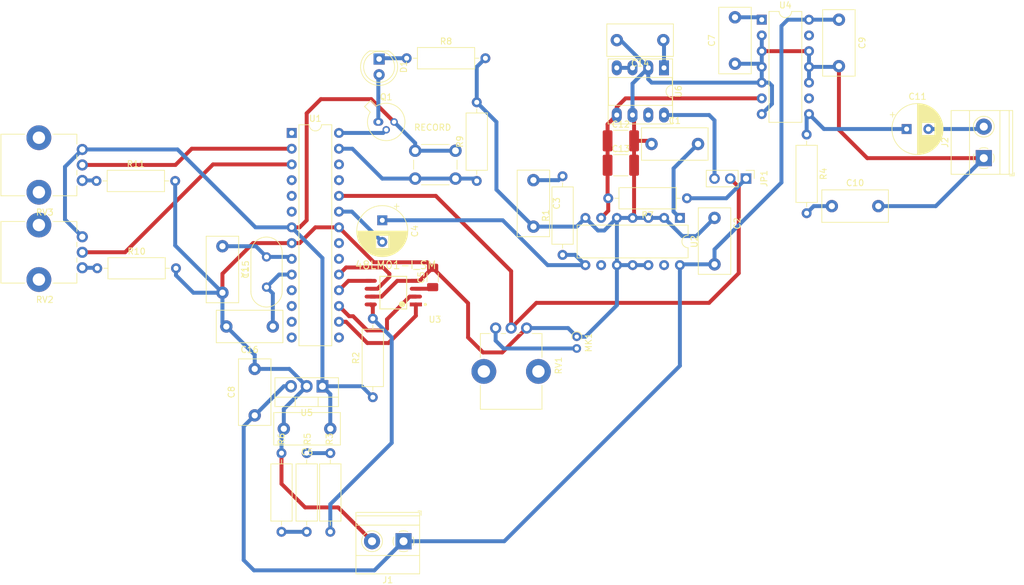
<source format=kicad_pcb>
(kicad_pcb (version 20211014) (generator pcbnew)
  (layers (0 "F.Cu" signal) (31 "B.Cu" signal) (34 "B.Paste" user) (35 "F.Paste" user) (36 "B.SilkS" user "B.Silkscreen") (37 "F.SilkS" user "F.Silkscreen") (38 "B.Mask" user) (39 "F.Mask" user) (44 "Edge.Cuts" user))
  (net 0 "")
  (net 1 "Net-(C1-Pad2)")
  (net 2 "GND")
  (net 3 "ALIM_AUDIO")
  (net 4 "Net-(C3-Pad1)")
  (net 5 "AUDIO")
  (net 6 "Net-(C4-Pad1)")
  (net 7 "Net-(C5-Pad1)")
  (net 8 "ALIM_µC")
  (net 9 "Net-(C7-Pad2)")
  (net 10 "Net-(C10-Pad1)")
  (net 11 "Net-(C11-Pad2)")
  (net 12 "Net-(C11-Pad1)")
  (net 13 "FILTER_OUT")
  (net 14 "Net-(C14-Pad1)")
  (net 15 "Net-(JP1-Pad3)")
  (net 16 "AUDIO_OUT")
  (net 17 "Net-(JP1-Pad1)")
  (net 18 "Net-(MK1-Pad2)")
  (net 19 "ALIM_RAM")
  (net 20 "Net-(R3-Pad2)")
  (net 21 "Net-(R5-Pad2)")
  (net 22 "Net-(U1-Pad14)")
  (net 23 "Net-(U1-Pad13)")
  (net 24 "Net-(U1-Pad26)")
  (net 25 "Net-(U1-Pad12)")
  (net 26 "Net-(U1-Pad25)")
  (net 27 "Net-(U1-Pad11)")
  (net 28 "Net-(U1-Pad21)")
  (net 29 "Net-(U1-Pad20)")
  (net 30 "Net-(U1-Pad6)")
  (net 31 "Net-(U1-Pad19)")
  (net 32 "Net-(U1-Pad5)")
  (net 33 "Net-(U1-Pad18)")
  (net 34 "Net-(U1-Pad4)")
  (net 35 "Net-(U1-Pad17)")
  (net 36 "Net-(U1-Pad16)")
  (net 37 "Net-(U1-Pad15)")
  (net 38 "Net-(U1-Pad1)")
  (net 39 "Net-(U2-Pad13)")
  (net 40 "Net-(U2-Pad9)")
  (net 41 "Net-(U4-Pad13)")
  (net 42 "Net-(U4-Pad9)")
  (net 43 "ALIM_FILTER")
  (net 44 "Net-(U6-Pad3)")
  (net 45 "Net-(D1-Pad2)")
  (net 46 "Net-(D1-Pad1)")
  (net 47 "RECORD_LED")
  (net 48 "RECORD_BUTTON")
  (net 49 "OSC1")
  (net 50 "OSC2")
  (net 51 "Net-(R10-Pad1)")
  (net 52 "Net-(R11-Pad1)")
  (net 53 "PITCH_CONTROL")
  (net 54 "SPEED_CONTROL")
  (footprint "Capacitor_THT:C_Disc_D10.5mm_W5.0mm_P7.50mm" (layer "F.Cu") (at 176.149 112.141)
    (fp_text reference "C1" (at 3.75 -3.75) (layer "F.SilkS"))
    (fp_text value "5µF")
    (pad "1" thru_hole circle locked (at 0 0) (size 2 2) (drill 1) (layers *.Cu *.Mask) (net 2 "GND"))
    (pad "2" thru_hole circle locked (at 7.5 0) (size 2 2) (drill 1) (layers *.Cu *.Mask) (net 1 "Net-(C1-Pad2)"))
  )
  (footprint "Capacitor_THT:C_Disc_D10.5mm_W5.0mm_P7.50mm" (layer "F.Cu") (at 186.309 131.572 90)
    (fp_text reference "C2" (at 6.604 3.683 90) (layer "F.SilkS"))
    (fp_text value "0.1µF")
    (pad "1" thru_hole circle locked (at 0 0 90) (size 2 2) (drill 1) (layers *.Cu *.Mask) (net 3 "ALIM_AUDIO"))
    (pad "2" thru_hole circle locked (at 7.5 0 90) (size 2 2) (drill 1) (layers *.Cu *.Mask) (net 2 "GND"))
  )
  (footprint "Capacitor_THT:C_Disc_D10.5mm_W5.0mm_P7.50mm" (layer "F.Cu") (at 157.099 117.983 -90)
    (fp_text reference "C3" (at 3.75 -3.75 90) (layer "F.SilkS"))
    (fp_text value "0.1µF")
    (pad "1" thru_hole circle locked (at 0 0 270) (size 2 2) (drill 1) (layers *.Cu *.Mask) (net 4 "Net-(C3-Pad1)"))
    (pad "2" thru_hole circle locked (at 7.5 0 270) (size 2 2) (drill 1) (layers *.Cu *.Mask) (net 2 "GND"))
  )
  (footprint "Capacitor_THT:CP_Radial_D8.0mm_P3.50mm" (layer "F.Cu") (at 132.715 124.46 -90)
    (fp_text reference "C4" (at 1.75 -5.25 90) (layer "F.SilkS"))
    (fp_text value "500µF")
    (pad "1" thru_hole rect locked (at 0 0 270) (size 1.6 1.6) (drill 0.8) (layers *.Cu *.Mask) (net 6 "Net-(C4-Pad1)"))
    (pad "2" thru_hole circle locked (at 3.5 0 270) (size 1.6 1.6) (drill 0.8) (layers *.Cu *.Mask) (net 5 "AUDIO"))
  )
  (footprint "Capacitor_SMD:C_1206_3216Metric_Pad1.33x1.80mm_HandSolder" (layer "F.Cu") (at 140.843 133.6925 90)
    (fp_text reference "C5" (at 0 -1.85 90) (layer "F.SilkS"))
    (fp_text value "68µF")
    (pad "1" smd roundrect locked (at -1.5625 0 90) (size 1.325 1.8) (layers "F.Cu" "F.Paste" "F.Mask") (roundrect_rratio 0.188679) (net 7 "Net-(C5-Pad1)"))
    (pad "2" smd roundrect locked (at 1.5625 0 90) (size 1.325 1.8) (layers "F.Cu" "F.Paste" "F.Mask") (roundrect_rratio 0.188679) (net 2 "GND"))
  )
  (footprint "Capacitor_THT:C_Disc_D10.5mm_W5.0mm_P7.50mm" (layer "F.Cu") (at 124.333 158.115 180)
    (fp_text reference "C6" (at 3.75 -3.75) (layer "F.SilkS"))
    (fp_text value "0.33 µF")
    (pad "1" thru_hole circle locked (at 0 0 180) (size 2 2) (drill 1) (layers *.Cu *.Mask) (net 8 "ALIM_µC"))
    (pad "2" thru_hole circle locked (at 7.5 0 180) (size 2 2) (drill 1) (layers *.Cu *.Mask) (net 2 "GND"))
  )
  (footprint "Capacitor_THT:C_Disc_D10.5mm_W5.0mm_P7.50mm" (layer "F.Cu") (at 189.611 99.187 90)
    (fp_text reference "C7" (at 3.75 -3.75 90) (layer "F.SilkS"))
    (fp_text value "5µF")
    (pad "1" thru_hole circle locked (at 0 0 90) (size 2 2) (drill 1) (layers *.Cu *.Mask) (net 2 "GND"))
    (pad "2" thru_hole circle locked (at 7.5 0 90) (size 2 2) (drill 1) (layers *.Cu *.Mask) (net 9 "Net-(C7-Pad2)"))
  )
  (footprint "Capacitor_THT:C_Disc_D10.5mm_W5.0mm_P7.50mm" (layer "F.Cu") (at 112.141 155.956 90)
    (fp_text reference "C8" (at 3.75 -3.75 90) (layer "F.SilkS"))
    (fp_text value "0.1 µF")
    (pad "1" thru_hole circle locked (at 0 0 90) (size 2 2) (drill 1) (layers *.Cu *.Mask) (net 3 "ALIM_AUDIO"))
    (pad "2" thru_hole circle locked (at 7.5 0 90) (size 2 2) (drill 1) (layers *.Cu *.Mask) (net 2 "GND"))
  )
  (footprint "Capacitor_THT:C_Disc_D10.5mm_W5.0mm_P7.50mm" (layer "F.Cu") (at 206.375 92.075 -90)
    (fp_text reference "C9" (at 3.75 -3.75 90) (layer "F.SilkS"))
    (fp_text value "0.1µF")
    (pad "1" thru_hole circle locked (at 0 0 270) (size 2 2) (drill 1) (layers *.Cu *.Mask) (net 3 "ALIM_AUDIO"))
    (pad "2" thru_hole circle locked (at 7.5 0 270) (size 2 2) (drill 1) (layers *.Cu *.Mask) (net 2 "GND"))
  )
  (footprint "Capacitor_THT:C_Disc_D10.5mm_W5.0mm_P7.50mm" (layer "F.Cu") (at 205.232 122.174)
    (fp_text reference "C10" (at 3.75 -3.75) (layer "F.SilkS"))
    (fp_text value "0.1µF")
    (pad "1" thru_hole circle locked (at 0 0) (size 2 2) (drill 1) (layers *.Cu *.Mask) (net 10 "Net-(C10-Pad1)"))
    (pad "2" thru_hole circle locked (at 7.5 0) (size 2 2) (drill 1) (layers *.Cu *.Mask) (net 2 "GND"))
  )
  (footprint "Capacitor_THT:CP_Radial_D8.0mm_P3.50mm" (layer "F.Cu") (at 217.297 109.728)
    (fp_text reference "C11" (at 1.75 -5.25) (layer "F.SilkS"))
    (fp_text value "CP")
    (pad "1" thru_hole rect locked (at 0 0) (size 1.6 1.6) (drill 0.8) (layers *.Cu *.Mask) (net 12 "Net-(C11-Pad1)"))
    (pad "2" thru_hole circle locked (at 3.5 0) (size 1.6 1.6) (drill 0.8) (layers *.Cu *.Mask) (net 11 "Net-(C11-Pad2)"))
  )
  (footprint "Capacitor_SMD:C_1812_4532Metric_Pad1.57x3.40mm_HandSolder" (layer "F.Cu") (at 171.196 111.633)
    (fp_text reference "C12" (at 0 -2.65) (layer "F.SilkS"))
    (fp_text value "1.5µF")
    (pad "1" smd roundrect locked (at -2.1375 0) (size 1.575 3.4) (layers "F.Cu" "F.Paste" "F.Mask") (roundrect_rratio 0.15873) (net 13 "FILTER_OUT"))
    (pad "2" smd roundrect locked (at 2.1375 0) (size 1.575 3.4) (layers "F.Cu" "F.Paste" "F.Mask") (roundrect_rratio 0.15873) (net 2 "GND"))
  )
  (footprint "Capacitor_SMD:C_1812_4532Metric_Pad1.57x3.40mm_HandSolder" (layer "F.Cu") (at 171.196 115.57)
    (fp_text reference "C13" (at 0 -2.65) (layer "F.SilkS"))
    (fp_text value "1.5µF")
    (pad "1" smd roundrect locked (at -2.1375 0) (size 1.575 3.4) (layers "F.Cu" "F.Paste" "F.Mask") (roundrect_rratio 0.15873) (net 13 "FILTER_OUT"))
    (pad "2" smd roundrect locked (at 2.1375 0) (size 1.575 3.4) (layers "F.Cu" "F.Paste" "F.Mask") (roundrect_rratio 0.15873) (net 2 "GND"))
  )
  (footprint "Capacitor_THT:C_Disc_D10.5mm_W5.0mm_P7.50mm" (layer "F.Cu") (at 178.054 95.377 180)
    (fp_text reference "C14" (at 3.75 -3.75) (layer "F.SilkS"))
    (fp_text value "390pF")
    (pad "1" thru_hole circle locked (at 0 0 180) (size 2 2) (drill 1) (layers *.Cu *.Mask) (net 14 "Net-(C14-Pad1)"))
    (pad "2" thru_hole circle locked (at 7.5 0 180) (size 2 2) (drill 1) (layers *.Cu *.Mask) (net 2 "GND"))
  )
  (footprint "Capacitor_THT:C_Disc_D10.5mm_W5.0mm_P7.50mm" (layer "F.Cu") (at 106.934 128.651 -90)
    (fp_text reference "C15" (at 3.75 -3.75 90) (layer "F.SilkS"))
    (fp_text value "15pF")
    (pad "1" thru_hole circle locked (at 0 0 270) (size 2 2) (drill 1) (layers *.Cu *.Mask) (net 49 "OSC1"))
    (pad "2" thru_hole circle locked (at 7.5 0 270) (size 2 2) (drill 1) (layers *.Cu *.Mask) (net 2 "GND"))
  )
  (footprint "Capacitor_THT:C_Disc_D10.5mm_W5.0mm_P7.50mm" (layer "F.Cu") (at 115.062 141.605 180)
    (fp_text reference "C16" (at 3.75 -3.75) (layer "F.SilkS"))
    (fp_text value "15pF")
    (pad "1" thru_hole circle locked (at 0 0 180) (size 2 2) (drill 1) (layers *.Cu *.Mask) (net 50 "OSC2"))
    (pad "2" thru_hole circle locked (at 7.5 0 180) (size 2 2) (drill 1) (layers *.Cu *.Mask) (net 2 "GND"))
  )
  (footprint "TerminalBlock_Phoenix:TerminalBlock_Phoenix_MKDS-1,5-2-5.08_1x02_P5.08mm_Horizontal" (layer "F.Cu") (at 136.144 176.276 180)
    (fp_text reference "J1" (at 2.54 -6.26) (layer "F.SilkS"))
    (fp_text value "Conn_01x02")
    (pad "1" thru_hole rect locked (at 0 0 180) (size 2.6 2.6) (drill 1.3) (layers *.Cu *.Mask) (net 3 "ALIM_AUDIO"))
    (pad "2" thru_hole circle locked (at 5.08 0 180) (size 2.6 2.6) (drill 1.3) (layers *.Cu *.Mask) (net 2 "GND"))
  )
  (footprint "TerminalBlock_Phoenix:TerminalBlock_Phoenix_MKDS-1,5-2-5.08_1x02_P5.08mm_Horizontal" (layer "F.Cu") (at 229.743 114.427 90)
    (fp_text reference "J2" (at 2.54 -6.26 90) (layer "F.SilkS"))
    (fp_text value "Conn_01x02_Male")
    (pad "1" thru_hole rect locked (at 0 0 90) (size 2.6 2.6) (drill 1.3) (layers *.Cu *.Mask) (net 2 "GND"))
    (pad "2" thru_hole circle locked (at 5.08 0 90) (size 2.6 2.6) (drill 1.3) (layers *.Cu *.Mask) (net 11 "Net-(C11-Pad2)"))
  )
  (footprint "Connector_PinHeader_2.54mm:PinHeader_1x03_P2.54mm_Vertical" (layer "F.Cu") (at 191.389 117.729 -90)
    (fp_text reference "JP1" (at 0 -2.921 90) (layer "F.SilkS"))
    (fp_text value "Jumper_NC_Dual")
    (pad "1" thru_hole rect locked (at 0 0 270) (size 1.7 1.7) (drill 1) (layers *.Cu *.Mask) (net 17 "Net-(JP1-Pad1)"))
    (pad "2" thru_hole oval locked (at 0 2.54 270) (size 1.7 1.7) (drill 1) (layers *.Cu *.Mask) (net 16 "AUDIO_OUT"))
    (pad "3" thru_hole oval locked (at 0 5.08 270) (size 1.7 1.7) (drill 1) (layers *.Cu *.Mask) (net 15 "Net-(JP1-Pad3)"))
  )
  (footprint "Resistor_THT:R_Axial_DIN0204_L3.6mm_D1.6mm_P1.90mm_Vertical" (layer "F.Cu") (at 164.084 143.256 -90)
    (fp_text reference "MK1" (at 0.95 -1.92 90) (layer "F.SilkS"))
    (fp_text value "Microphone")
    (pad "1" thru_hole circle locked (at 0 0 270) (size 1.4 1.4) (drill 0.7) (layers *.Cu *.Mask) (net 2 "GND"))
    (pad "2" thru_hole oval locked (at 1.9 0 270) (size 1.4 1.4) (drill 0.7) (layers *.Cu *.Mask) (net 18 "Net-(MK1-Pad2)"))
  )
  (footprint "Package_TO_SOT_THT:TO-18-3" (layer "F.Cu") (at 132.08 108.585)
    (fp_text reference "Q1" (at 1.27 -4.02) (layer "F.SilkS"))
    (fp_text value "2N2222")
    (pad "1" thru_hole oval locked (at 0 0) (size 1.6 1.2) (drill 0.7) (layers *.Cu *.Mask) (net 45 "Net-(D1-Pad2)"))
    (pad "2" thru_hole oval locked (at 1.27 1.27) (size 1.2 1.2) (drill 0.7) (layers *.Cu *.Mask) (net 47 "RECORD_LED"))
    (pad "3" thru_hole oval locked (at 2.54 0) (size 1.2 1.2) (drill 0.7) (layers *.Cu *.Mask) (net 8 "ALIM_µC"))
  )
  (footprint "Resistor_THT:R_Axial_DIN0309_L9.0mm_D3.2mm_P12.70mm_Horizontal" (layer "F.Cu") (at 124.333 174.752 90)
    (fp_text reference "R3" (at 14.986 -0.127 90) (layer "F.SilkS"))
    (fp_text value "50")
    (pad "1" thru_hole circle locked (at 0 0 90) (size 1.6 1.6) (drill 0.8) (layers *.Cu *.Mask) (net 19 "ALIM_RAM"))
    (pad "2" thru_hole oval locked (at 12.7 0 90) (size 1.6 1.6) (drill 0.8) (layers *.Cu *.Mask) (net 20 "Net-(R3-Pad2)"))
  )
  (footprint "Resistor_THT:R_Axial_DIN0309_L9.0mm_D3.2mm_P12.70mm_Horizontal" (layer "F.Cu") (at 201.168 110.617 -90)
    (fp_text reference "R4" (at 6.35 -2.72 90) (layer "F.SilkS"))
    (fp_text value "2.7")
    (pad "1" thru_hole circle locked (at 0 0 270) (size 1.6 1.6) (drill 0.8) (layers *.Cu *.Mask) (net 12 "Net-(C11-Pad1)"))
    (pad "2" thru_hole oval locked (at 12.7 0 270) (size 1.6 1.6) (drill 0.8) (layers *.Cu *.Mask) (net 10 "Net-(C10-Pad1)"))
  )
  (footprint "Resistor_THT:R_Axial_DIN0309_L9.0mm_D3.2mm_P12.70mm_Horizontal" (layer "F.Cu") (at 116.459 174.752 90)
    (fp_text reference "R6" (at 14.986 0 90) (layer "F.SilkS"))
    (fp_text value "50")
    (pad "1" thru_hole circle locked (at 0 0 90) (size 1.6 1.6) (drill 0.8) (layers *.Cu *.Mask) (net 21 "Net-(R5-Pad2)"))
    (pad "2" thru_hole oval locked (at 12.7 0 90) (size 1.6 1.6) (drill 0.8) (layers *.Cu *.Mask) (net 2 "GND"))
  )
  (footprint "Resistor_THT:R_Axial_DIN0309_L9.0mm_D3.2mm_P12.70mm_Horizontal" (layer "F.Cu") (at 181.864 120.904 180)
    (fp_text reference "R7" (at 6.35 -2.72) (layer "F.SilkS"))
    (fp_text value "2.7")
    (pad "1" thru_hole circle locked (at 0 0 180) (size 1.6 1.6) (drill 0.8) (layers *.Cu *.Mask) (net 17 "Net-(JP1-Pad1)"))
    (pad "2" thru_hole oval locked (at 12.7 0 180) (size 1.6 1.6) (drill 0.8) (layers *.Cu *.Mask) (net 13 "FILTER_OUT"))
  )
  (footprint "Resistor_THT:R_Axial_DIN0309_L9.0mm_D3.2mm_P12.70mm_Horizontal" (layer "F.Cu") (at 147.955 118.11 90)
    (fp_text reference "R9" (at 6.35 -2.72 90) (layer "F.SilkS"))
    (fp_text value "50")
    (pad "1" thru_hole circle locked (at 0 0 90) (size 1.6 1.6) (drill 0.8) (layers *.Cu *.Mask) (net 48 "RECORD_BUTTON"))
    (pad "2" thru_hole oval locked (at 12.7 0 90) (size 1.6 1.6) (drill 0.8) (layers *.Cu *.Mask) (net 2 "GND"))
  )
  (footprint "Resistor_THT:R_Axial_DIN0309_L9.0mm_D3.2mm_P12.70mm_Horizontal" (layer "F.Cu") (at 86.741 132.207)
    (fp_text reference "R10" (at 6.35 -2.72) (layer "F.SilkS"))
    (fp_text value "50")
    (pad "1" thru_hole circle locked (at 0 0) (size 1.6 1.6) (drill 0.8) (layers *.Cu *.Mask) (net 51 "Net-(R10-Pad1)"))
    (pad "2" thru_hole oval locked (at 12.7 0) (size 1.6 1.6) (drill 0.8) (layers *.Cu *.Mask) (net 2 "GND"))
  )
  (footprint "Resistor_THT:R_Axial_DIN0309_L9.0mm_D3.2mm_P12.70mm_Horizontal" (layer "F.Cu") (at 86.614 118.11)
    (fp_text reference "R11" (at 6.35 -2.72) (layer "F.SilkS"))
    (fp_text value "50")
    (pad "1" thru_hole circle locked (at 0 0) (size 1.6 1.6) (drill 0.8) (layers *.Cu *.Mask) (net 52 "Net-(R11-Pad1)"))
    (pad "2" thru_hole oval locked (at 12.7 0) (size 1.6 1.6) (drill 0.8) (layers *.Cu *.Mask) (net 2 "GND"))
  )
  (footprint "Potentiometer_THT:Potentiometer_Bourns_PTV09A-1_Single_Vertical" (layer "F.Cu") (at 151.003 141.859 -90)
    (fp_text reference "RV1" (at 6.05 -10.15 90) (layer "F.SilkS"))
    (fp_text value "R_POT")
    (pad "" np_thru_hole circle locked (at 7 1.9 270) (size 4 4) (drill 2) (layers *.Cu *.Mask))
    (pad "" np_thru_hole circle locked (at 7 -6.9 270) (size 4 4) (drill 2) (layers *.Cu *.Mask))
    (pad "1" thru_hole circle locked (at 0 0 270) (size 1.8 1.8) (drill 1) (layers *.Cu *.Mask) (net 18 "Net-(MK1-Pad2)"))
    (pad "2" thru_hole circle locked (at 0 -2.5 270) (size 1.8 1.8) (drill 1) (layers *.Cu *.Mask) (net 16 "AUDIO_OUT"))
    (pad "3" thru_hole circle locked (at 0 -5 270) (size 1.8 1.8) (drill 1) (layers *.Cu *.Mask) (net 2 "GND"))
  )
  (footprint "Potentiometer_THT:Potentiometer_Bourns_PTV09A-1_Single_Vertical" (layer "F.Cu") (at 84.328 127.127 180)
    (fp_text reference "RV2" (at 6.05 -10.15) (layer "F.SilkS"))
    (fp_text value "R_POT")
    (pad "" np_thru_hole circle locked (at 7 1.9 180) (size 4 4) (drill 2) (layers *.Cu *.Mask))
    (pad "" np_thru_hole circle locked (at 7 -6.9 180) (size 4 4) (drill 2) (layers *.Cu *.Mask))
    (pad "1" thru_hole circle locked (at 0 0 180) (size 1.8 1.8) (drill 1) (layers *.Cu *.Mask) (net 8 "ALIM_µC"))
    (pad "2" thru_hole circle locked (at 0 -2.5 180) (size 1.8 1.8) (drill 1) (layers *.Cu *.Mask) (net 53 "PITCH_CONTROL"))
    (pad "3" thru_hole circle locked (at 0 -5 180) (size 1.8 1.8) (drill 1) (layers *.Cu *.Mask) (net 51 "Net-(R10-Pad1)"))
  )
  (footprint "Potentiometer_THT:Potentiometer_Bourns_PTV09A-1_Single_Vertical" (layer "F.Cu") (at 84.328 113.03 180)
    (fp_text reference "RV3" (at 6.05 -10.15) (layer "F.SilkS"))
    (fp_text value "R_POT")
    (pad "" np_thru_hole circle locked (at 7 1.9 180) (size 4 4) (drill 2) (layers *.Cu *.Mask))
    (pad "" np_thru_hole circle locked (at 7 -6.9 180) (size 4 4) (drill 2) (layers *.Cu *.Mask))
    (pad "1" thru_hole circle locked (at 0 0 180) (size 1.8 1.8) (drill 1) (layers *.Cu *.Mask) (net 8 "ALIM_µC"))
    (pad "2" thru_hole circle locked (at 0 -2.5 180) (size 1.8 1.8) (drill 1) (layers *.Cu *.Mask) (net 54 "SPEED_CONTROL"))
    (pad "3" thru_hole circle locked (at 0 -5 180) (size 1.8 1.8) (drill 1) (layers *.Cu *.Mask) (net 52 "Net-(R11-Pad1)"))
  )
  (footprint "Button_Switch_THT:SW_PUSH_6mm" (layer "F.Cu") (at 144.526 117.729 180)
    (fp_text reference "RECORD" (at 3.683 8.255) (layer "F.SilkS"))
    (fp_text value "SW_Push")
    (pad "1" thru_hole circle locked (at 0 0 270) (size 2 2) (drill 1.1) (layers *.Cu *.Mask) (net 48 "RECORD_BUTTON"))
    (pad "1" thru_hole circle locked (at 6.5 0 270) (size 2 2) (drill 1.1) (layers *.Cu *.Mask) (net 48 "RECORD_BUTTON"))
    (pad "2" thru_hole circle locked (at 0 4.5 270) (size 2 2) (drill 1.1) (layers *.Cu *.Mask) (net 8 "ALIM_µC"))
    (pad "2" thru_hole circle locked (at 6.5 4.5 270) (size 2 2) (drill 1.1) (layers *.Cu *.Mask) (net 8 "ALIM_µC"))
  )
  (footprint "Package_DIP:DIP-28_W7.62mm" (layer "F.Cu") (at 118.11 110.363)
    (fp_text reference "U1" (at 3.81 -2.33) (layer "F.SilkS"))
    (fp_text value "ATmega328-PU")
    (pad "1" thru_hole rect locked (at 0 0) (size 1.6 1.6) (drill 0.8) (layers *.Cu *.Mask) (net 38 "Net-(U1-Pad1)"))
    (pad "2" thru_hole oval locked (at 0 2.54) (size 1.6 1.6) (drill 0.8) (layers *.Cu *.Mask) (net 54 "SPEED_CONTROL"))
    (pad "3" thru_hole oval locked (at 0 5.08) (size 1.6 1.6) (drill 0.8) (layers *.Cu *.Mask) (net 53 "PITCH_CONTROL"))
    (pad "4" thru_hole oval locked (at 0 7.62) (size 1.6 1.6) (drill 0.8) (layers *.Cu *.Mask) (net 34 "Net-(U1-Pad4)"))
    (pad "5" thru_hole oval locked (at 0 10.16) (size 1.6 1.6) (drill 0.8) (layers *.Cu *.Mask) (net 32 "Net-(U1-Pad5)"))
    (pad "6" thru_hole oval locked (at 0 12.7) (size 1.6 1.6) (drill 0.8) (layers *.Cu *.Mask) (net 30 "Net-(U1-Pad6)"))
    (pad "7" thru_hole oval locked (at 0 15.24) (size 1.6 1.6) (drill 0.8) (layers *.Cu *.Mask) (net 8 "ALIM_µC"))
    (pad "8" thru_hole oval locked (at 0 17.78) (size 1.6 1.6) (drill 0.8) (layers *.Cu *.Mask) (net 2 "GND"))
    (pad "9" thru_hole oval locked (at 0 20.32) (size 1.6 1.6) (drill 0.8) (layers *.Cu *.Mask) (net 49 "OSC1"))
    (pad "10" thru_hole oval locked (at 0 22.86) (size 1.6 1.6) (drill 0.8) (layers *.Cu *.Mask) (net 50 "OSC2"))
    (pad "11" thru_hole oval locked (at 0 25.4) (size 1.6 1.6) (drill 0.8) (layers *.Cu *.Mask) (net 27 "Net-(U1-Pad11)"))
    (pad "12" thru_hole oval locked (at 0 27.94) (size 1.6 1.6) (drill 0.8) (layers *.Cu *.Mask) (net 25 "Net-(U1-Pad12)"))
    (pad "13" thru_hole oval locked (at 0 30.48) (size 1.6 1.6) (drill 0.8) (layers *.Cu *.Mask) (net 23 "Net-(U1-Pad13)"))
    (pad "14" thru_hole oval locked (at 0 33.02) (size 1.6 1.6) (drill 0.8) (layers *.Cu *.Mask) (net 22 "Net-(U1-Pad14)"))
    (pad "15" thru_hole oval locked (at 7.62 33.02) (size 1.6 1.6) (drill 0.8) (layers *.Cu *.Mask) (net 37 "Net-(U1-Pad15)"))
    (pad "16" thru_hole oval locked (at 7.62 30.48) (size 1.6 1.6) (drill 0.8) (layers *.Cu *.Mask) (net 36 "Net-(U1-Pad16)"))
    (pad "17" thru_hole oval locked (at 7.62 27.94) (size 1.6 1.6) (drill 0.8) (layers *.Cu *.Mask) (net 35 "Net-(U1-Pad17)"))
    (pad "18" thru_hole oval locked (at 7.62 25.4) (size 1.6 1.6) (drill 0.8) (layers *.Cu *.Mask) (net 33 "Net-(U1-Pad18)"))
    (pad "19" thru_hole oval locked (at 7.62 22.86) (size 1.6 1.6) (drill 0.8) (layers *.Cu *.Mask) (net 31 "Net-(U1-Pad19)"))
    (pad "20" thru_hole oval locked (at 7.62 20.32) (size 1.6 1.6) (drill 0.8) (layers *.Cu *.Mask) (net 29 "Net-(U1-Pad20)"))
    (pad "21" thru_hole oval locked (at 7.62 17.78) (size 1.6 1.6) (drill 0.8) (layers *.Cu *.Mask) (net 28 "Net-(U1-Pad21)"))
    (pad "22" thru_hole oval locked (at 7.62 15.24) (size 1.6 1.6) (drill 0.8) (layers *.Cu *.Mask) (net 2 "GND"))
    (pad "23" thru_hole oval locked (at 7.62 12.7) (size 1.6 1.6) (drill 0.8) (layers *.Cu *.Mask) (net 5 "AUDIO"))
    (pad "24" thru_hole oval locked (at 7.62 10.16) (size 1.6 1.6) (drill 0.8) (layers *.Cu *.Mask) (net 16 "AUDIO_OUT"))
    (pad "25" thru_hole oval locked (at 7.62 7.62) (size 1.6 1.6) (drill 0.8) (layers *.Cu *.Mask) (net 26 "Net-(U1-Pad25)"))
    (pad "26" thru_hole oval locked (at 7.62 5.08) (size 1.6 1.6) (drill 0.8) (layers *.Cu *.Mask) (net 24 "Net-(U1-Pad26)"))
    (pad "27" thru_hole oval locked (at 7.62 2.54) (size 1.6 1.6) (drill 0.8) (layers *.Cu *.Mask) (net 48 "RECORD_BUTTON"))
    (pad "28" thru_hole oval locked (at 7.62 0) (size 1.6 1.6) (drill 0.8) (layers *.Cu *.Mask) (net 47 "RECORD_LED"))
  )
  (footprint "Package_DIP:DIP-14_W7.62mm" (layer "F.Cu") (at 180.721 124.079 -90)
    (fp_text reference "U2" (at 3.81 -2.33 90) (layer "F.SilkS"))
    (fp_text value "LM384")
    (pad "1" thru_hole rect locked (at 0 0 270) (size 1.6 1.6) (drill 0.8) (layers *.Cu *.Mask) (net 1 "Net-(C1-Pad2)"))
    (pad "2" thru_hole oval locked (at 0 2.54 270) (size 1.6 1.6) (drill 0.8) (layers *.Cu *.Mask) (net 2 "GND"))
    (pad "3" thru_hole oval locked (at 0 5.08 270) (size 1.6 1.6) (drill 0.8) (layers *.Cu *.Mask) (net 2 "GND"))
    (pad "4" thru_hole oval locked (at 0 7.62 270) (size 1.6 1.6) (drill 0.8) (layers *.Cu *.Mask) (net 2 "GND"))
    (pad "5" thru_hole oval locked (at 0 10.16 270) (size 1.6 1.6) (drill 0.8) (layers *.Cu *.Mask) (net 2 "GND"))
    (pad "6" thru_hole oval locked (at 0 12.7 270) (size 1.6 1.6) (drill 0.8) (layers *.Cu *.Mask) (net 13 "FILTER_OUT"))
    (pad "7" thru_hole oval locked (at 0 15.24 270) (size 1.6 1.6) (drill 0.8) (layers *.Cu *.Mask) (net 2 "GND"))
    (pad "8" thru_hole oval locked (at 7.62 15.24 270) (size 1.6 1.6) (drill 0.8) (layers *.Cu *.Mask) (net 6 "Net-(C4-Pad1)"))
    (pad "9" thru_hole oval locked (at 7.62 12.7 270) (size 1.6 1.6) (drill 0.8) (layers *.Cu *.Mask) (net 40 "Net-(U2-Pad9)"))
    (pad "10" thru_hole oval locked (at 7.62 10.16 270) (size 1.6 1.6) (drill 0.8) (layers *.Cu *.Mask) (net 2 "GND"))
    (pad "11" thru_hole oval locked (at 7.62 7.62 270) (size 1.6 1.6) (drill 0.8) (layers *.Cu *.Mask) (net 2 "GND"))
    (pad "12" thru_hole oval locked (at 7.62 5.08 270) (size 1.6 1.6) (drill 0.8) (layers *.Cu *.Mask) (net 2 "GND"))
    (pad "13" thru_hole oval locked (at 7.62 2.54 270) (size 1.6 1.6) (drill 0.8) (layers *.Cu *.Mask) (net 39 "Net-(U2-Pad13)"))
    (pad "14" thru_hole oval locked (at 7.62 0 270) (size 1.6 1.6) (drill 0.8) (layers *.Cu *.Mask) (net 3 "ALIM_AUDIO"))
  )
  (footprint "Package_DIP:DIP-14_W7.62mm" (layer "F.Cu") (at 193.929 92.075)
    (fp_text reference "U4" (at 3.81 -2.33) (layer "F.SilkS"))
    (fp_text value "LM384")
    (pad "1" thru_hole rect locked (at 0 0) (size 1.6 1.6) (drill 0.8) (layers *.Cu *.Mask) (net 9 "Net-(C7-Pad2)"))
    (pad "2" thru_hole oval locked (at 0 2.54) (size 1.6 1.6) (drill 0.8) (layers *.Cu *.Mask) (net 2 "GND"))
    (pad "3" thru_hole oval locked (at 0 5.08) (size 1.6 1.6) (drill 0.8) (layers *.Cu *.Mask) (net 2 "GND"))
    (pad "4" thru_hole oval locked (at 0 7.62) (size 1.6 1.6) (drill 0.8) (layers *.Cu *.Mask) (net 2 "GND"))
    (pad "5" thru_hole oval locked (at 0 10.16) (size 1.6 1.6) (drill 0.8) (layers *.Cu *.Mask) (net 2 "GND"))
    (pad "6" thru_hole oval locked (at 0 12.7) (size 1.6 1.6) (drill 0.8) (layers *.Cu *.Mask) (net 13 "FILTER_OUT"))
    (pad "7" thru_hole oval locked (at 0 15.24) (size 1.6 1.6) (drill 0.8) (layers *.Cu *.Mask) (net 2 "GND"))
    (pad "8" thru_hole oval locked (at 7.62 15.24) (size 1.6 1.6) (drill 0.8) (layers *.Cu *.Mask) (net 12 "Net-(C11-Pad1)"))
    (pad "9" thru_hole oval locked (at 7.62 12.7) (size 1.6 1.6) (drill 0.8) (layers *.Cu *.Mask) (net 42 "Net-(U4-Pad9)"))
    (pad "10" thru_hole oval locked (at 7.62 10.16) (size 1.6 1.6) (drill 0.8) (layers *.Cu *.Mask) (net 2 "GND"))
    (pad "11" thru_hole oval locked (at 7.62 7.62) (size 1.6 1.6) (drill 0.8) (layers *.Cu *.Mask) (net 2 "GND"))
    (pad "12" thru_hole oval locked (at 7.62 5.08) (size 1.6 1.6) (drill 0.8) (layers *.Cu *.Mask) (net 2 "GND"))
    (pad "13" thru_hole oval locked (at 7.62 2.54) (size 1.6 1.6) (drill 0.8) (layers *.Cu *.Mask) (net 41 "Net-(U4-Pad13)"))
    (pad "14" thru_hole oval locked (at 7.62 0) (size 1.6 1.6) (drill 0.8) (layers *.Cu *.Mask) (net 3 "ALIM_AUDIO"))
  )
  (footprint "Package_TO_SOT_THT:TO-220-3_Vertical" (layer "F.Cu") (at 123.063 151.257 180)
    (fp_text reference "U5" (at 2.54 -4.27) (layer "F.SilkS"))
    (fp_text value "L78L05_TO220")
    (pad "1" thru_hole rect locked (at 0 0 180) (size 1.905 2) (drill 1.1) (layers *.Cu *.Mask) (net 8 "ALIM_µC"))
    (pad "2" thru_hole oval locked (at 2.54 0 180) (size 1.905 2) (drill 1.1) (layers *.Cu *.Mask) (net 2 "GND"))
    (pad "3" thru_hole oval locked (at 5.08 0 180) (size 1.905 2) (drill 1.1) (layers *.Cu *.Mask) (net 3 "ALIM_AUDIO"))
  )
  (footprint "Crystal:Crystal_HC49-U_Vertical" (layer "F.Cu") (at 114.046 135.255 90)
    (fp_text reference "Y1" (at 2.44 -3.525 90) (layer "F.SilkS"))
    (fp_text value "Crystal")
    (pad "1" thru_hole circle locked (at 0 0 90) (size 1.5 1.5) (drill 0.8) (layers *.Cu *.Mask) (net 50 "OSC2"))
    (pad "2" thru_hole circle locked (at 4.88 0 90) (size 1.5 1.5) (drill 0.8) (layers *.Cu *.Mask) (net 49 "OSC1"))
  )
  (footprint "48LM01-I_SM:Microchip-C04-056-0-C-IPC_A" (layer "F.Cu") (at 134.493 136.144 180)
    (fp_text reference "U3" (at -5.6231 -4.33 180) (layer "F.SilkS") (effects (justify left)))
    (fp_text value "48LM01-I_SM" (at -0.381 4.445) (layer "F.SilkS") (effects (font (size 1.27 1.27))))
    (pad "1" smd rect locked (at -3.640384 -1.905 180) (size 1.965432 0.625831) (layers "F.Cu" "F.Paste" "F.Mask") (net 36 "Net-(U1-Pad16)"))
    (pad "2" smd roundrect locked (at -3.640384 -0.635 180) (size 1.965432 0.625831) (layers "F.Cu" "F.Paste" "F.Mask") (roundrect_rratio 0.5) (net 35 "Net-(U1-Pad17)"))
    (pad "3" smd roundrect locked (at -3.640384 0.635001 180) (size 1.965432 0.625831) (layers "F.Cu" "F.Paste" "F.Mask") (roundrect_rratio 0.5) (net 7 "Net-(C5-Pad1)"))
    (pad "4" smd roundrect locked (at -3.640384 1.905001 180) (size 1.965432 0.625831) (layers "F.Cu" "F.Paste" "F.Mask") (roundrect_rratio 0.5) (net 2 "GND"))
    (pad "5" smd roundrect locked (at 3.640384 1.905001 180) (size 1.965432 0.625831) (layers "F.Cu" "F.Paste" "F.Mask") (roundrect_rratio 0.5) (net 33 "Net-(U1-Pad18)"))
    (pad "6" smd roundrect locked (at 3.640384 0.635001 180) (size 1.965432 0.625831) (layers "F.Cu" "F.Paste" "F.Mask") (roundrect_rratio 0.5) (net 31 "Net-(U1-Pad19)"))
    (pad "7" smd roundrect locked (at 3.640384 -0.635 180) (size 1.965432 0.625831) (layers "F.Cu" "F.Paste" "F.Mask") (roundrect_rratio 0.5) (net 2 "GND"))
    (pad "8" smd roundrect locked (at 3.640384 -1.905 180) (size 1.965432 0.625831) (layers "F.Cu" "F.Paste" "F.Mask") (roundrect_rratio 0.5) (net 19 "ALIM_RAM"))
  )
  (footprint "Resistor_THT:R_Axial_DIN0309_L9.0mm_D3.2mm_P12.70mm_Horizontal" (layer "F.Cu") (at 120.523 162.052 -90)
    (fp_text reference "R5" (at -2.286 -0.127 90) (layer "F.SilkS"))
    (fp_text value "50")
    (pad "1" thru_hole circle locked (at 0 0 270) (size 1.6 1.6) (drill 0.8) (layers *.Cu *.Mask) (net 20 "Net-(R3-Pad2)"))
    (pad "2" thru_hole oval locked (at 12.7 0 270) (size 1.6 1.6) (drill 0.8) (layers *.Cu *.Mask) (net 21 "Net-(R5-Pad2)"))
  )
  (footprint "LED_THT:LED_D5.0mm" (layer "F.Cu") (at 132.207 98.425 -90)
    (fp_text reference "D1" (at 1.27 -3.96 90) (layer "F.SilkS"))
    (fp_text value "LED")
    (pad "1" thru_hole rect locked (at 0 0 270) (size 1.8 1.8) (drill 0.9) (layers *.Cu *.Mask) (net 46 "Net-(D1-Pad1)"))
    (pad "2" thru_hole circle locked (at 2.54 0 270) (size 1.8 1.8) (drill 0.9) (layers *.Cu *.Mask) (net 45 "Net-(D1-Pad2)"))
  )
  (footprint "Resistor_THT:R_Axial_DIN0309_L9.0mm_D3.2mm_P12.70mm_Horizontal" (layer "F.Cu") (at 136.652 98.298)
    (fp_text reference "R8" (at 6.35 -2.72) (layer "F.SilkS"))
    (fp_text value "50")
    (pad "1" thru_hole circle locked (at 0 0) (size 1.6 1.6) (drill 0.8) (layers *.Cu *.Mask) (net 46 "Net-(D1-Pad1)"))
    (pad "2" thru_hole oval locked (at 12.7 0) (size 1.6 1.6) (drill 0.8) (layers *.Cu *.Mask) (net 2 "GND"))
  )
  (footprint "Package_DIP:DIP-8_W7.62mm_Socket_LongPads" (layer "F.Cu") (at 178.162 99.848 -90)
    (fp_text reference "U6" (at 3.81 -2.33 90) (layer "F.SilkS"))
    (fp_text value "MAX292CPA+")
    (pad "1" thru_hole rect locked (at 0 0 270) (size 2.4 1.6) (drill 0.8) (layers *.Cu *.Mask) (net 14 "Net-(C14-Pad1)"))
    (pad "2" thru_hole oval locked (at 0 2.54 270) (size 2.4 1.6) (drill 0.8) (layers *.Cu *.Mask) (net 2 "GND"))
    (pad "3" thru_hole oval locked (at 0 5.08 270) (size 2.4 1.6) (drill 0.8) (layers *.Cu *.Mask) (net 44 "Net-(U6-Pad3)"))
    (pad "4" thru_hole oval locked (at 0 7.62 270) (size 2.4 1.6) (drill 0.8) (layers *.Cu *.Mask) (net 44 "Net-(U6-Pad3)"))
    (pad "5" thru_hole oval locked (at 7.62 7.62 270) (size 2.4 1.6) (drill 0.8) (layers *.Cu *.Mask) (net 13 "FILTER_OUT"))
    (pad "6" thru_hole oval locked (at 7.62 5.08 270) (size 2.4 1.6) (drill 0.8) (layers *.Cu *.Mask) (net 2 "GND"))
    (pad "7" thru_hole oval locked (at 7.62 2.54 270) (size 2.4 1.6) (drill 0.8) (layers *.Cu *.Mask) (net 43 "ALIM_FILTER"))
    (pad "8" thru_hole oval locked (at 7.62 0 270) (size 2.4 1.6) (drill 0.8) (layers *.Cu *.Mask) (net 15 "Net-(JP1-Pad3)"))
  )
  (footprint "Resistor_THT:R_Axial_DIN0309_L9.0mm_D3.2mm_P12.70mm_Horizontal" (layer "F.Cu") (at 161.798 130.048 90)
    (fp_text reference "R1" (at 6.35 -2.72 90) (layer "F.SilkS"))
    (fp_text value "2.7")
    (pad "1" thru_hole circle locked (at 0 0 90) (size 1.6 1.6) (drill 0.8) (layers *.Cu *.Mask) (net 6 "Net-(C4-Pad1)"))
    (pad "2" thru_hole oval locked (at 12.7 0 90) (size 1.6 1.6) (drill 0.8) (layers *.Cu *.Mask) (net 4 "Net-(C3-Pad1)"))
  )
  (footprint "Resistor_THT:R_Axial_DIN0309_L9.0mm_D3.2mm_P12.70mm_Horizontal" (layer "F.Cu") (at 131.191 153.035 90)
    (fp_text reference "R2" (at 6.35 -2.72 90) (layer "F.SilkS"))
    (fp_text value "50")
    (pad "1" thru_hole circle locked (at 0 0 90) (size 1.6 1.6) (drill 0.8) (layers *.Cu *.Mask) (net 8 "ALIM_µC"))
    (pad "2" thru_hole oval locked (at 12.7 0 90) (size 1.6 1.6) (drill 0.8) (layers *.Cu *.Mask) (net 19 "ALIM_RAM"))
  )
  (segment (start 179.705 116.085) (end 183.649 112.141) (width 0.635) (layer "B.Cu") (net 1))
  (segment (start 179.705 123.063) (end 179.705 116.085) (width 0.635) (layer "B.Cu") (net 1))
  (segment (start 180.721 124.079) (end 179.705 123.063) (width 0.635) (layer "B.Cu") (net 1))
  (segment (start 131.37199 131.24499) (end 125.73 125.603) (width 0.635) (layer "F.Cu") (net 2))
  (segment (start 116.459 167.005) (end 120.269 170.815) (width 0.635) (layer "F.Cu") (net 2))
  (segment (start 173.3335 111.633) (end 173.3335 107.7195) (width 0.635) (layer "F.Cu") (net 2))
  (segment (start 173.3335 115.57) (end 173.3335 111.633) (width 0.635) (layer "F.Cu") (net 2))
  (segment (start 138.734001 134.238999) (end 140.843 132.13) (width 0.635) (layer "F.Cu") (net 2))
  (segment (start 106.934 136.151) (end 106.934 133.096) (width 0.635) (layer "F.Cu") (net 2))
  (segment (start 175.641 111.633) (end 176.149 112.141) (width 0.635) (layer "F.Cu") (net 2))
  (segment (start 139.95799 131.24499) (end 131.37199 131.24499) (width 0.635) (layer "F.Cu") (net 2))
  (segment (start 152.066 145.796) (end 156.003 141.859) (width 0.635) (layer "F.Cu") (net 2))
  (segment (start 140.843 132.13) (end 139.95799 131.24499) (width 0.635) (layer "F.Cu") (net 2))
  (segment (start 119.38 128.143) (end 121.92 125.603) (width 0.635) (layer "F.Cu") (net 2))
  (segment (start 135.128001 134.238999) (end 138.133384 134.238999) (width 0.635) (layer "F.Cu") (net 2))
  (segment (start 206.375 99.575) (end 206.375 109.855) (width 0.635) (layer "F.Cu") (net 2))
  (segment (start 111.887 128.143) (end 118.11 128.143) (width 0.635) (layer "F.Cu") (net 2))
  (segment (start 121.92 125.603) (end 125.73 125.603) (width 0.635) (layer "F.Cu") (net 2))
  (segment (start 146.558 143.383) (end 148.971 145.796) (width 0.635) (layer "F.Cu") (net 2))
  (segment (start 106.934 133.096) (end 111.887 128.143) (width 0.635) (layer "F.Cu") (net 2))
  (segment (start 173.3335 107.7195) (end 173.082 107.468) (width 0.635) (layer "F.Cu") (net 2))
  (segment (start 146.558 137.845) (end 146.558 143.383) (width 0.635) (layer "F.Cu") (net 2))
  (segment (start 120.269 170.815) (end 125.603 170.815) (width 0.635) (layer "F.Cu") (net 2))
  (segment (start 173.3335 111.633) (end 175.641 111.633) (width 0.635) (layer "F.Cu") (net 2))
  (segment (start 118.11 128.143) (end 119.38 128.143) (width 0.635) (layer "F.Cu") (net 2))
  (segment (start 173.3335 115.57) (end 173.3335 123.8465) (width 0.635) (layer "F.Cu") (net 2))
  (segment (start 138.133384 134.238999) (end 138.734001 134.238999) (width 0.635) (layer "F.Cu") (net 2))
  (segment (start 130.852616 136.779) (end 132.588 136.779) (width 0.635) (layer "F.Cu") (net 2))
  (segment (start 148.971 145.796) (end 152.066 145.796) (width 0.635) (layer "F.Cu") (net 2))
  (segment (start 193.929 97.155) (end 201.549 97.155) (width 0.635) (layer "F.Cu") (net 2))
  (segment (start 132.588 136.779) (end 135.128001 134.238999) (width 0.635) (layer "F.Cu") (net 2))
  (segment (start 173.3335 123.8465) (end 173.101 124.079) (width 0.635) (layer "F.Cu") (net 2))
  (segment (start 125.603 170.815) (end 131.064 176.276) (width 0.635) (layer "F.Cu") (net 2))
  (segment (start 206.375 109.855) (end 210.947 114.427) (width 0.635) (layer "F.Cu") (net 2))
  (segment (start 116.459 162.052) (end 116.459 167.005) (width 0.635) (layer "F.Cu") (net 2))
  (segment (start 140.843 132.13) (end 146.558 137.845) (width 0.635) (layer "F.Cu") (net 2))
  (segment (start 210.947 114.427) (end 229.743 114.427) (width 0.635) (layer "F.Cu") (net 2))
  (segment (start 162.687 141.859) (end 164.084 143.256) (width 0.635) (layer "B.Cu") (net 2))
  (segment (start 170.561 138.176) (end 170.561 131.699) (width 0.635) (layer "B.Cu") (net 2))
  (segment (start 112.141 148.456) (end 112.141 146.184) (width 0.635) (layer "B.Cu") (net 2))
  (segment (start 186.309 124.072) (end 186.316 124.072) (width 0.635) (layer "B.Cu") (net 2))
  (segment (start 116.459 158.489) (end 116.833 158.115) (width 0.635) (layer "B.Cu") (net 2))
  (segment (start 195.58 105.664) (end 195.58 102.743) (width 0.635) (layer "B.Cu") (net 2))
  (segment (start 195.072 102.235) (end 193.929 102.235) (width 0.635) (layer "B.Cu") (net 2))
  (segment (start 117.722 148.456) (end 112.141 148.456) (width 0.635) (layer "B.Cu") (net 2))
  (segment (start 164.077 125.483) (end 157.099 125.483) (width 0.635) (layer "B.Cu") (net 2))
  (segment (start 175.622 101.683) (end 176.174 102.235) (width 0.635) (layer "B.Cu") (net 2))
  (segment (start 206.255 99.695) (end 206.375 99.575) (width 0.635) (layer "B.Cu") (net 2))
  (segment (start 157.099 125.483) (end 151.13 119.514) (width 0.635) (layer "B.Cu") (net 2))
  (segment (start 183.388 127) (end 181.102 127) (width 0.635) (layer "B.Cu") (net 2))
  (segment (start 212.732 122.174) (end 221.996 122.174) (width 0.635) (layer "B.Cu") (net 2))
  (segment (start 116.078 162.433) (end 116.459 162.052) (width 0.635) (layer "B.Cu") (net 2))
  (segment (start 193.421 99.187) (end 193.929 99.695) (width 0.635) (layer "B.Cu") (net 2))
  (segment (start 195.58 102.743) (end 195.072 102.235) (width 0.635) (layer "B.Cu") (net 2))
  (segment (start 201.549 97.155) (end 201.549 99.695) (width 0.635) (layer "B.Cu") (net 2))
  (segment (start 116.833 158.115) (end 116.833 154.947) (width 0.635) (layer "B.Cu") (net 2))
  (segment (start 147.955 105.41) (end 147.955 99.695) (width 0.635) (layer "B.Cu") (net 2))
  (segment (start 221.996 122.174) (end 229.743 114.427) (width 0.635) (layer "B.Cu") (net 2))
  (segment (start 193.929 107.315) (end 195.58 105.664) (width 0.635) (layer "B.Cu") (net 2))
  (segment (start 165.481 124.079) (end 164.077 125.483) (width 0.635) (layer "B.Cu") (net 2))
  (segment (start 181.102 127) (end 178.181 124.079) (width 0.635) (layer "B.Cu") (net 2))
  (segment (start 147.955 99.695) (end 149.352 98.298) (width 0.635) (layer "B.Cu") (net 2))
  (segment (start 99.314 128.531) (end 99.314 118.11) (width 0.635) (layer "B.Cu") (net 2))
  (segment (start 173.101 131.699) (end 170.561 131.699) (width 0.635) (layer "B.Cu") (net 2))
  (segment (start 193.929 97.155) (end 193.929 99.695) (width 0.635) (layer "B.Cu") (net 2))
  (segment (start 168.529 126.111) (end 170.561 124.079) (width 0.635) (layer "B.Cu") (net 2))
  (segment (start 201.549 99.695) (end 206.255 99.695) (width 0.635) (layer "B.Cu") (net 2))
  (segment (start 189.611 99.187) (end 193.421 99.187) (width 0.635) (layer "B.Cu") (net 2))
  (segment (start 165.481 124.079) (end 167.513 126.111) (width 0.635) (layer "B.Cu") (net 2))
  (segment (start 156.003 141.859) (end 162.687 141.859) (width 0.635) (layer "B.Cu") (net 2))
  (segment (start 102.242 136.151) (end 106.934 136.151) (width 0.635) (layer "B.Cu") (net 2))
  (segment (start 186.316 124.072) (end 183.388 127) (width 0.635) (layer "B.Cu") (net 2))
  (segment (start 167.513 126.111) (end 168.529 126.111) (width 0.635) (layer "B.Cu") (net 2))
  (segment (start 165.481 143.256) (end 170.561 138.176) (width 0.635) (layer "B.Cu") (net 2))
  (segment (start 151.13 119.514) (end 151.13 108.585) (width 0.635) (layer "B.Cu") (net 2))
  (segment (start 116.459 162.052) (end 116.459 158.489) (width 0.635) (layer "B.Cu") (net 2))
  (segment (start 106.934 136.151) (end 99.314 128.531) (width 0.635) (layer "B.Cu") (net 2))
  (segment (start 176.174 102.235) (end 193.929 102.235) (width 0.635) (layer "B.Cu") (net 2))
  (segment (start 178.181 124.079) (end 175.641 124.079) (width 0.635) (layer "B.Cu") (net 2))
  (segment (start 193.929 99.695) (end 193.929 102.235) (width 0.635) (layer "B.Cu") (net 2))
  (segment (start 99.441 132.207) (end 99.441 133.35) (width 0.635) (layer "B.Cu") (net 2))
  (segment (start 164.084 143.256) (end 165.481 143.256) (width 0.635) (layer "B.Cu") (net 2))
  (segment (start 175.622 99.848) (end 171.151 95.377) (width 0.635) (layer "B.Cu") (net 2))
  (segment (start 116.833 154.947) (end 120.523 151.257) (width 0.635) (layer "B.Cu") (net 2))
  (segment (start 175.641 131.699) (end 173.101 131.699) (width 0.635) (layer "B.Cu") (net 2))
  (segment (start 120.523 151.257) (end 117.722 148.456) (width 0.635) (layer "B.Cu") (net 2))
  (segment (start 170.561 124.079) (end 173.101 124.079) (width 0.635) (layer "B.Cu") (net 2))
  (segment (start 106.934 136.151) (end 106.934 140.977) (width 0.635) (layer "B.Cu") (net 2))
  (segment (start 173.082 107.468) (end 173.082 102.388) (width 0.635) (layer "B.Cu") (net 2))
  (segment (start 175.622 99.848) (end 175.622 101.683) (width 0.635) (layer "B.Cu") (net 2))
  (segment (start 193.929 94.615) (end 193.929 97.155) (width 0.635) (layer "B.Cu") (net 2))
  (segment (start 99.441 133.35) (end 102.242 136.151) (width 0.635) (layer "B.Cu") (net 2))
  (segment (start 112.141 146.184) (end 107.562 141.605) (width 0.635) (layer "B.Cu") (net 2))
  (segment (start 171.151 95.377) (end 170.554 95.377) (width 0.635) (layer "B.Cu") (net 2))
  (segment (start 173.101 124.079) (end 175.641 124.079) (width 0.635) (layer "B.Cu") (net 2))
  (segment (start 151.13 108.585) (end 147.955 105.41) (width 0.635) (layer "B.Cu") (net 2))
  (segment (start 201.549 99.695) (end 201.549 102.235) (width 0.635) (layer "B.Cu") (net 2))
  (segment (start 173.082 102.388) (end 175.622 99.848) (width 0.635) (layer "B.Cu") (net 2))
  (segment (start 106.934 140.977) (end 107.562 141.605) (width 0.635) (layer "B.Cu") (net 2))
  (segment (start 170.561 131.699) (end 170.561 124.079) (width 0.635) (layer "B.Cu") (net 2))
  (segment (start 131.445 180.975) (end 112.014 180.975) (width 0.635) (layer "B.Cu") (net 3))
  (segment (start 136.144 176.276) (end 131.445 180.975) (width 0.635) (layer "B.Cu") (net 3))
  (segment (start 110.363 157.734) (end 112.141 155.956) (width 0.635) (layer "B.Cu") (net 3))
  (segment (start 116.84 151.257) (end 117.983 151.257) (width 0.635) (layer "B.Cu") (net 3))
  (segment (start 152.4 176.276) (end 180.721 147.955) (width 0.635) (layer "B.Cu") (net 3))
  (segment (start 112.014 180.975) (end 110.363 179.324) (width 0.635) (layer "B.Cu") (net 3))
  (segment (start 197.104 118.364) (end 197.104 93.091) (width 0.635) (layer "B.Cu") (net 3))
  (segment (start 180.721 147.955) (end 180.721 131.699) (width 0.635) (layer "B.Cu") (net 3))
  (segment (start 110.363 179.324) (end 110.363 157.734) (width 0.635) (layer "B.Cu") (net 3))
  (segment (start 197.104 93.091) (end 198.12 92.075) (width 0.635) (layer "B.Cu") (net 3))
  (segment (start 186.309 129.159) (end 197.104 118.364) (width 0.635) (layer "B.Cu") (net 3))
  (segment (start 186.309 131.572) (end 186.309 129.159) (width 0.635) (layer "B.Cu") (net 3))
  (segment (start 186.309 131.572) (end 180.848 131.572) (width 0.635) (layer "B.Cu") (net 3))
  (segment (start 180.848 131.572) (end 180.721 131.699) (width 0.635) (layer "B.Cu") (net 3))
  (segment (start 201.549 92.075) (end 206.375 92.075) (width 0.635) (layer "B.Cu") (net 3))
  (segment (start 198.12 92.075) (end 201.549 92.075) (width 0.635) (layer "B.Cu") (net 3))
  (segment (start 112.141 155.956) (end 116.84 151.257) (width 0.635) (layer "B.Cu") (net 3))
  (segment (start 136.144 176.276) (end 152.4 176.276) (width 0.635) (layer "B.Cu") (net 3))
  (segment (start 157.099 117.983) (end 161.163 117.983) (width 0.635) (layer "B.Cu") (net 4))
  (segment (start 161.163 117.983) (end 161.798 117.348) (width 0.635) (layer "B.Cu") (net 4))
  (segment (start 125.73 123.063) (end 127.818 123.063) (width 0.635) (layer "B.Cu") (net 5))
  (segment (start 127.818 123.063) (end 132.715 127.96) (width 0.635) (layer "B.Cu") (net 5))
  (segment (start 159.385 131.699) (end 165.481 131.699) (width 0.635) (layer "B.Cu") (net 6))
  (segment (start 132.715 124.46) (end 152.146 124.46) (width 0.635) (layer "B.Cu") (net 6))
  (segment (start 161.798 130.048) (end 163.83 130.048) (width 0.635) (layer "B.Cu") (net 6))
  (segment (start 163.83 130.048) (end 165.481 131.699) (width 0.635) (layer "B.Cu") (net 6))
  (segment (start 152.146 124.46) (end 159.385 131.699) (width 0.635) (layer "B.Cu") (net 6))
  (segment (start 140.589001 135.508999) (end 140.843 135.255) (width 0.635) (layer "F.Cu") (net 7))
  (segment (start 138.133384 135.508999) (end 140.589001 135.508999) (width 0.635) (layer "F.Cu") (net 7))
  (segment (start 130.937 104.902) (end 134.62 108.585) (width 0.635) (layer "F.Cu") (net 8))
  (segment (start 120.523 124.46) (end 120.523 107.188) (width 0.635) (layer "F.Cu") (net 8))
  (segment (start 118.11 125.603) (end 119.38 125.603) (width 0.635) (layer "F.Cu") (net 8))
  (segment (start 122.809 104.902) (end 130.937 104.902) (width 0.635) (layer "F.Cu") (net 8))
  (segment (start 119.38 125.603) (end 120.523 124.46) (width 0.635) (layer "F.Cu") (net 8))
  (segment (start 120.523 107.188) (end 122.809 104.902) (width 0.635) (layer "F.Cu") (net 8))
  (segment (start 99.695 113.03) (end 112.268 125.603) (width 0.635) (layer "B.Cu") (net 8))
  (segment (start 123.063 151.257) (end 129.413 151.257) (width 0.635) (layer "B.Cu") (net 8))
  (segment (start 81.534 115.824) (end 81.534 124.333) (width 0.635) (layer "B.Cu") (net 8))
  (segment (start 124.333 158.115) (end 124.333 152.527) (width 0.635) (layer "B.Cu") (net 8))
  (segment (start 144.526 113.229) (end 138.026 113.229) (width 0.635) (layer "B.Cu") (net 8))
  (segment (start 129.413 151.257) (end 131.191 153.035) (width 0.635) (layer "B.Cu") (net 8))
  (segment (start 112.268 125.603) (end 118.11 125.603) (width 0.635) (layer "B.Cu") (net 8))
  (segment (start 123.063 130.556) (end 118.11 125.603) (width 0.635) (layer "B.Cu") (net 8))
  (segment (start 124.333 152.527) (end 123.063 151.257) (width 0.635) (layer "B.Cu") (net 8))
  (segment (start 81.534 124.333) (end 84.328 127.127) (width 0.635) (layer "B.Cu") (net 8))
  (segment (start 84.328 113.03) (end 99.695 113.03) (width 0.635) (layer "B.Cu") (net 8))
  (segment (start 138.026 111.991) (end 134.62 108.585) (width 0.635) (layer "B.Cu") (net 8))
  (segment (start 138.026 113.229) (end 138.026 111.991) (width 0.635) (layer "B.Cu") (net 8))
  (segment (start 123.063 151.257) (end 123.063 130.556) (width 0.635) (layer "B.Cu") (net 8))
  (segment (start 84.328 113.03) (end 81.534 115.824) (width 0.635) (layer "B.Cu") (net 8))
  (segment (start 193.541 91.687) (end 193.929 92.075) (width 0.635) (layer "B.Cu") (net 9))
  (segment (start 189.611 91.687) (end 193.541 91.687) (width 0.635) (layer "B.Cu") (net 9))
  (segment (start 205.232 122.174) (end 202.311 122.174) (width 0.635) (layer "B.Cu") (net 10))
  (segment (start 202.311 122.174) (end 201.168 123.317) (width 0.635) (layer "B.Cu") (net 10))
  (segment (start 229.362 109.728) (end 229.743 109.347) (width 0.635) (layer "B.Cu") (net 11))
  (segment (start 220.797 109.728) (end 229.362 109.728) (width 0.635) (layer "B.Cu") (net 11))
  (segment (start 201.168 110.617) (end 201.168 107.696) (width 0.635) (layer "B.Cu") (net 12))
  (segment (start 203.962 109.728) (end 201.549 107.315) (width 0.635) (layer "B.Cu") (net 12))
  (segment (start 217.297 109.728) (end 203.962 109.728) (width 0.635) (layer "B.Cu") (net 12))
  (segment (start 201.168 107.696) (end 201.549 107.315) (width 0.635) (layer "B.Cu") (net 12))
  (segment (start 169.164 120.904) (end 169.164 122.936) (width 0.635) (layer "F.Cu") (net 13))
  (segment (start 170.542 106.191) (end 171.958 104.775) (width 0.635) (layer "F.Cu") (net 13))
  (segment (start 169.0585 115.57) (end 169.0585 120.7985) (width 0.635) (layer "F.Cu") (net 13))
  (segment (start 169.0585 120.7985) (end 169.164 120.904) (width 0.635) (layer "F.Cu") (net 13))
  (segment (start 169.0585 111.633) (end 169.0585 115.57) (width 0.635) (layer "F.Cu") (net 13))
  (segment (start 169.0585 111.633) (end 169.0585 108.9515) (width 0.635) (layer "F.Cu") (net 13))
  (segment (start 169.164 122.936) (end 168.021 124.079) (width 0.635) (layer "F.Cu") (net 13))
  (segment (start 171.958 104.775) (end 193.929 104.775) (width 0.635) (layer "F.Cu") (net 13))
  (segment (start 170.542 107.468) (end 170.542 106.191) (width 0.635) (layer "F.Cu") (net 13))
  (segment (start 169.0585 108.9515) (end 170.542 107.468) (width 0.635) (layer "F.Cu") (net 13))
  (segment (start 178.162 99.848) (end 178.162 95.485) (width 0.635) (layer "B.Cu") (net 14))
  (segment (start 178.162 95.485) (end 178.054 95.377) (width 0.635) (layer "B.Cu") (net 14))
  (segment (start 186.309 108.331) (end 185.446 107.468) (width 0.635) (layer "B.Cu") (net 15))
  (segment (start 185.446 107.468) (end 178.162 107.468) (width 0.635) (layer "B.Cu") (net 15))
  (segment (start 186.309 117.729) (end 186.309 108.331) (width 0.635) (layer "B.Cu") (net 15))
  (segment (start 141.351 120.523) (end 153.503 132.675) (width 0.635) (layer "F.Cu") (net 16))
  (segment (start 188.849 117.729) (end 190.216501 119.096501) (width 0.635) (layer "F.Cu") (net 16))
  (segment (start 153.503 132.675) (end 153.503 141.859) (width 0.635) (layer "F.Cu") (net 16))
  (segment (start 190.216501 132.998499) (end 185.42 137.795) (width 0.635) (layer "F.Cu") (net 16))
  (segment (start 157.567 137.795) (end 153.503 141.859) (width 0.635) (layer "F.Cu") (net 16))
  (segment (start 190.216501 119.096501) (end 190.216501 132.998499) (width 0.635) (layer "F.Cu") (net 16))
  (segment (start 185.42 137.795) (end 157.567 137.795) (width 0.635) (layer "F.Cu") (net 16))
  (segment (start 125.73 120.523) (end 141.351 120.523) (width 0.635) (layer "F.Cu") (net 16))
  (segment (start 188.849 117.729) (end 188.849 117.475) (width 0.635) (layer "B.Cu") (net 16))
  (segment (start 181.864 120.904) (end 188.214 120.904) (width 0.635) (layer "B.Cu") (net 17))
  (segment (start 188.214 120.904) (end 191.389 117.729) (width 0.635) (layer "B.Cu") (net 17))
  (segment (start 151.003 143.891) (end 151.003 141.859) (width 0.635) (layer "B.Cu") (net 18))
  (segment (start 164.084 145.156) (end 152.268 145.156) (width 0.635) (layer "B.Cu") (net 18))
  (segment (start 152.268 145.156) (end 151.003 143.891) (width 0.635) (layer "B.Cu") (net 18))
  (segment (start 131.191 138.387384) (end 130.852616 138.049) (width 0.635) (layer "F.Cu") (net 19))
  (segment (start 131.191 140.335) (end 131.191 138.387384) (width 0.635) (layer "F.Cu") (net 19))
  (segment (start 124.333 170.307) (end 134.239 160.401) (width 0.635) (layer "B.Cu") (net 19))
  (segment (start 134.239 160.401) (end 134.239 143.383) (width 0.635) (layer "B.Cu") (net 19))
  (segment (start 124.333 174.752) (end 124.333 170.307) (width 0.635) (layer "B.Cu") (net 19))
  (segment (start 134.239 143.383) (end 131.191 140.335) (width 0.635) (layer "B.Cu") (net 19))
  (segment (start 124.333 162.052) (end 120.523 162.052) (width 0.635) (layer "B.Cu") (net 20))
  (segment (start 120.523 174.752) (end 116.459 174.752) (width 0.635) (layer "B.Cu") (net 21))
  (segment (start 133.858 133.096) (end 132.842 132.08) (width 0.635) (layer "F.Cu") (net 31))
  (segment (start 126.873 132.08) (end 125.73 133.223) (width 0.635) (layer "F.Cu") (net 31))
  (segment (start 130.852616 135.508999) (end 131.953001 135.508999) (width 0.635) (layer "F.Cu") (net 31))
  (segment (start 133.858 133.604) (end 133.858 133.096) (width 0.635) (layer "F.Cu") (net 31))
  (segment (start 132.842 132.08) (end 126.873 132.08) (width 0.635) (layer "F.Cu") (net 31))
  (segment (start 131.953001 135.508999) (end 133.858 133.604) (width 0.635) (layer "F.Cu") (net 31))
  (segment (start 130.852616 134.238999) (end 127.254001 134.238999) (width 0.635) (layer "F.Cu") (net 33))
  (segment (start 127.254001 134.238999) (end 125.73 135.763) (width 0.635) (layer "F.Cu") (net 33))
  (segment (start 133.477 140.452668) (end 133.477 141.986) (width 0.635) (layer "F.Cu") (net 35))
  (segment (start 138.133384 136.779) (end 137.150668 136.779) (width 0.635) (layer "F.Cu") (net 35))
  (segment (start 137.150668 136.779) (end 133.477 140.452668) (width 0.635) (layer "F.Cu") (net 35))
  (segment (start 133.223 142.24) (end 130.302 142.24) (width 0.635) (layer "F.Cu") (net 35))
  (segment (start 133.477 141.986) (end 133.223 142.24) (width 0.635) (layer "F.Cu") (net 35))
  (segment (start 127.381 139.954) (end 125.73 138.303) (width 0.635) (layer "F.Cu") (net 35))
  (segment (start 130.302 142.24) (end 128.016 139.954) (width 0.635) (layer "F.Cu") (net 35))
  (segment (start 128.016 139.954) (end 127.381 139.954) (width 0.635) (layer "F.Cu") (net 35))
  (segment (start 130.302 144.272) (end 133.731 144.272) (width 0.635) (layer "F.Cu") (net 36))
  (segment (start 126.873 140.843) (end 130.302 144.272) (width 0.635) (layer "F.Cu") (net 36))
  (segment (start 138.133384 139.869616) (end 138.133384 138.049) (width 0.635) (layer "F.Cu") (net 36))
  (segment (start 133.731 144.272) (end 138.133384 139.869616) (width 0.635) (layer "F.Cu") (net 36))
  (segment (start 125.73 140.843) (end 126.873 140.843) (width 0.635) (layer "F.Cu") (net 36))
  (segment (start 170.542 99.848) (end 173.082 99.848) (width 0.635) (layer "B.Cu") (net 44))
  (segment (start 132.08 101.092) (end 132.207 100.965) (width 0.635) (layer "B.Cu") (net 45))
  (segment (start 132.08 108.585) (end 132.08 101.092) (width 0.635) (layer "B.Cu") (net 45))
  (segment (start 136.652 98.298) (end 132.334 98.298) (width 0.635) (layer "B.Cu") (net 46))
  (segment (start 132.334 98.298) (end 132.207 98.425) (width 0.635) (layer "B.Cu") (net 46))
  (segment (start 125.73 110.363) (end 132.842 110.363) (width 0.635) (layer "B.Cu") (net 47))
  (segment (start 132.842 110.363) (end 133.35 109.855) (width 0.635) (layer "B.Cu") (net 47))
  (segment (start 144.526 117.729) (end 147.574 117.729) (width 0.635) (layer "B.Cu") (net 48))
  (segment (start 147.574 117.729) (end 147.955 118.11) (width 0.635) (layer "B.Cu") (net 48))
  (segment (start 127.889 112.903) (end 132.715 117.729) (width 0.635) (layer "B.Cu") (net 48))
  (segment (start 132.715 117.729) (end 138.026 117.729) (width 0.635) (layer "B.Cu") (net 48))
  (segment (start 125.73 112.903) (end 127.889 112.903) (width 0.635) (layer "B.Cu") (net 48))
  (segment (start 138.026 117.729) (end 144.526 117.729) (width 0.635) (layer "B.Cu") (net 48))
  (segment (start 112.322 128.651) (end 114.046 130.375) (width 0.635) (layer "B.Cu") (net 49))
  (segment (start 114.046 130.375) (end 117.802 130.375) (width 0.635) (layer "B.Cu") (net 49))
  (segment (start 106.934 128.651) (end 112.322 128.651) (width 0.635) (layer "B.Cu") (net 49))
  (segment (start 117.802 130.375) (end 118.11 130.683) (width 0.635) (layer "B.Cu") (net 49))
  (segment (start 115.062 136.271) (end 114.046 135.255) (width 0.635) (layer "B.Cu") (net 50))
  (segment (start 115.062 141.605) (end 115.062 136.271) (width 0.635) (layer "B.Cu") (net 50))
  (segment (start 118.11 133.223) (end 116.078 133.223) (width 0.635) (layer "B.Cu") (net 50))
  (segment (start 116.078 133.223) (end 114.046 135.255) (width 0.635) (layer "B.Cu") (net 50))
  (segment (start 84.328 132.127) (end 86.661 132.127) (width 0.635) (layer "B.Cu") (net 51))
  (segment (start 86.661 132.127) (end 86.741 132.207) (width 0.635) (layer "B.Cu") (net 51))
  (segment (start 86.534 118.03) (end 86.614 118.11) (width 0.635) (layer "B.Cu") (net 52))
  (segment (start 84.328 118.03) (end 86.534 118.03) (width 0.635) (layer "B.Cu") (net 52))
  (segment (start 84.328 129.627) (end 91.226 129.627) (width 0.635) (layer "F.Cu") (net 53))
  (segment (start 91.226 129.627) (end 105.41 115.443) (width 0.635) (layer "F.Cu") (net 53))
  (segment (start 105.41 115.443) (end 118.11 115.443) (width 0.635) (layer "F.Cu") (net 53))
  (segment (start 84.328 115.53) (end 99.354 115.53) (width 0.635) (layer "F.Cu") (net 54))
  (segment (start 99.354 115.53) (end 101.981 112.903) (width 0.635) (layer "F.Cu") (net 54))
  (segment (start 101.981 112.903) (end 118.11 112.903) (width 0.635) (layer "F.Cu") (net 54))
)
</source>
